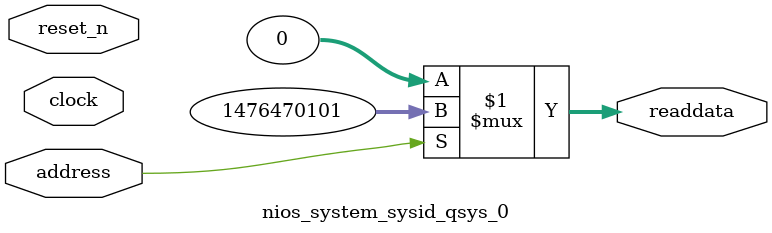
<source format=v>

`timescale 1ns / 1ps
// synthesis translate_on

// turn off superfluous verilog processor warnings 
// altera message_level Level1 
// altera message_off 10034 10035 10036 10037 10230 10240 10030 

module nios_system_sysid_qsys_0 (
               // inputs:
                address,
                clock,
                reset_n,

               // outputs:
                readdata
             )
;

  output  [ 31: 0] readdata;
  input            address;
  input            clock;
  input            reset_n;

  wire    [ 31: 0] readdata;
  //control_slave, which is an e_avalon_slave
  assign readdata = address ? 1476470101 : 0;

endmodule




</source>
